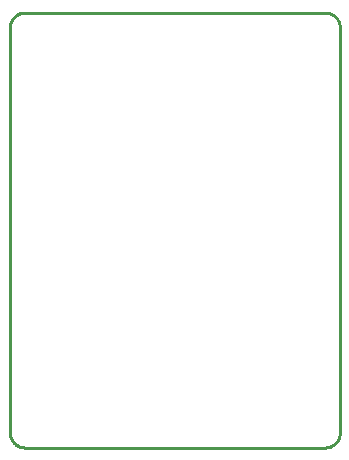
<source format=gbp>
G75*
%MOIN*%
%OFA0B0*%
%FSLAX25Y25*%
%IPPOS*%
%LPD*%
%AMOC8*
5,1,8,0,0,1.08239X$1,22.5*
%
%ADD10C,0.01000*%
D10*
X0018376Y0007817D02*
X0018376Y0142817D01*
X0018378Y0142957D01*
X0018384Y0143097D01*
X0018394Y0143237D01*
X0018407Y0143377D01*
X0018425Y0143516D01*
X0018447Y0143655D01*
X0018472Y0143792D01*
X0018501Y0143930D01*
X0018534Y0144066D01*
X0018571Y0144201D01*
X0018612Y0144335D01*
X0018657Y0144468D01*
X0018705Y0144600D01*
X0018757Y0144730D01*
X0018812Y0144859D01*
X0018871Y0144986D01*
X0018934Y0145112D01*
X0019000Y0145236D01*
X0019069Y0145357D01*
X0019142Y0145477D01*
X0019219Y0145595D01*
X0019298Y0145710D01*
X0019381Y0145824D01*
X0019467Y0145934D01*
X0019556Y0146043D01*
X0019648Y0146149D01*
X0019743Y0146252D01*
X0019840Y0146353D01*
X0019941Y0146450D01*
X0020044Y0146545D01*
X0020150Y0146637D01*
X0020259Y0146726D01*
X0020369Y0146812D01*
X0020483Y0146895D01*
X0020598Y0146974D01*
X0020716Y0147051D01*
X0020836Y0147124D01*
X0020957Y0147193D01*
X0021081Y0147259D01*
X0021207Y0147322D01*
X0021334Y0147381D01*
X0021463Y0147436D01*
X0021593Y0147488D01*
X0021725Y0147536D01*
X0021858Y0147581D01*
X0021992Y0147622D01*
X0022127Y0147659D01*
X0022263Y0147692D01*
X0022401Y0147721D01*
X0022538Y0147746D01*
X0022677Y0147768D01*
X0022816Y0147786D01*
X0022956Y0147799D01*
X0023096Y0147809D01*
X0023236Y0147815D01*
X0023376Y0147817D01*
X0123376Y0147817D01*
X0123516Y0147815D01*
X0123656Y0147809D01*
X0123796Y0147799D01*
X0123936Y0147786D01*
X0124075Y0147768D01*
X0124214Y0147746D01*
X0124351Y0147721D01*
X0124489Y0147692D01*
X0124625Y0147659D01*
X0124760Y0147622D01*
X0124894Y0147581D01*
X0125027Y0147536D01*
X0125159Y0147488D01*
X0125289Y0147436D01*
X0125418Y0147381D01*
X0125545Y0147322D01*
X0125671Y0147259D01*
X0125795Y0147193D01*
X0125916Y0147124D01*
X0126036Y0147051D01*
X0126154Y0146974D01*
X0126269Y0146895D01*
X0126383Y0146812D01*
X0126493Y0146726D01*
X0126602Y0146637D01*
X0126708Y0146545D01*
X0126811Y0146450D01*
X0126912Y0146353D01*
X0127009Y0146252D01*
X0127104Y0146149D01*
X0127196Y0146043D01*
X0127285Y0145934D01*
X0127371Y0145824D01*
X0127454Y0145710D01*
X0127533Y0145595D01*
X0127610Y0145477D01*
X0127683Y0145357D01*
X0127752Y0145236D01*
X0127818Y0145112D01*
X0127881Y0144986D01*
X0127940Y0144859D01*
X0127995Y0144730D01*
X0128047Y0144600D01*
X0128095Y0144468D01*
X0128140Y0144335D01*
X0128181Y0144201D01*
X0128218Y0144066D01*
X0128251Y0143930D01*
X0128280Y0143792D01*
X0128305Y0143655D01*
X0128327Y0143516D01*
X0128345Y0143377D01*
X0128358Y0143237D01*
X0128368Y0143097D01*
X0128374Y0142957D01*
X0128376Y0142817D01*
X0128376Y0007817D01*
X0128374Y0007677D01*
X0128368Y0007537D01*
X0128358Y0007397D01*
X0128345Y0007257D01*
X0128327Y0007118D01*
X0128305Y0006979D01*
X0128280Y0006842D01*
X0128251Y0006704D01*
X0128218Y0006568D01*
X0128181Y0006433D01*
X0128140Y0006299D01*
X0128095Y0006166D01*
X0128047Y0006034D01*
X0127995Y0005904D01*
X0127940Y0005775D01*
X0127881Y0005648D01*
X0127818Y0005522D01*
X0127752Y0005398D01*
X0127683Y0005277D01*
X0127610Y0005157D01*
X0127533Y0005039D01*
X0127454Y0004924D01*
X0127371Y0004810D01*
X0127285Y0004700D01*
X0127196Y0004591D01*
X0127104Y0004485D01*
X0127009Y0004382D01*
X0126912Y0004281D01*
X0126811Y0004184D01*
X0126708Y0004089D01*
X0126602Y0003997D01*
X0126493Y0003908D01*
X0126383Y0003822D01*
X0126269Y0003739D01*
X0126154Y0003660D01*
X0126036Y0003583D01*
X0125916Y0003510D01*
X0125795Y0003441D01*
X0125671Y0003375D01*
X0125545Y0003312D01*
X0125418Y0003253D01*
X0125289Y0003198D01*
X0125159Y0003146D01*
X0125027Y0003098D01*
X0124894Y0003053D01*
X0124760Y0003012D01*
X0124625Y0002975D01*
X0124489Y0002942D01*
X0124351Y0002913D01*
X0124214Y0002888D01*
X0124075Y0002866D01*
X0123936Y0002848D01*
X0123796Y0002835D01*
X0123656Y0002825D01*
X0123516Y0002819D01*
X0123376Y0002817D01*
X0023376Y0002817D01*
X0023236Y0002819D01*
X0023096Y0002825D01*
X0022956Y0002835D01*
X0022816Y0002848D01*
X0022677Y0002866D01*
X0022538Y0002888D01*
X0022401Y0002913D01*
X0022263Y0002942D01*
X0022127Y0002975D01*
X0021992Y0003012D01*
X0021858Y0003053D01*
X0021725Y0003098D01*
X0021593Y0003146D01*
X0021463Y0003198D01*
X0021334Y0003253D01*
X0021207Y0003312D01*
X0021081Y0003375D01*
X0020957Y0003441D01*
X0020836Y0003510D01*
X0020716Y0003583D01*
X0020598Y0003660D01*
X0020483Y0003739D01*
X0020369Y0003822D01*
X0020259Y0003908D01*
X0020150Y0003997D01*
X0020044Y0004089D01*
X0019941Y0004184D01*
X0019840Y0004281D01*
X0019743Y0004382D01*
X0019648Y0004485D01*
X0019556Y0004591D01*
X0019467Y0004700D01*
X0019381Y0004810D01*
X0019298Y0004924D01*
X0019219Y0005039D01*
X0019142Y0005157D01*
X0019069Y0005277D01*
X0019000Y0005398D01*
X0018934Y0005522D01*
X0018871Y0005648D01*
X0018812Y0005775D01*
X0018757Y0005904D01*
X0018705Y0006034D01*
X0018657Y0006166D01*
X0018612Y0006299D01*
X0018571Y0006433D01*
X0018534Y0006568D01*
X0018501Y0006704D01*
X0018472Y0006842D01*
X0018447Y0006979D01*
X0018425Y0007118D01*
X0018407Y0007257D01*
X0018394Y0007397D01*
X0018384Y0007537D01*
X0018378Y0007677D01*
X0018376Y0007817D01*
M02*

</source>
